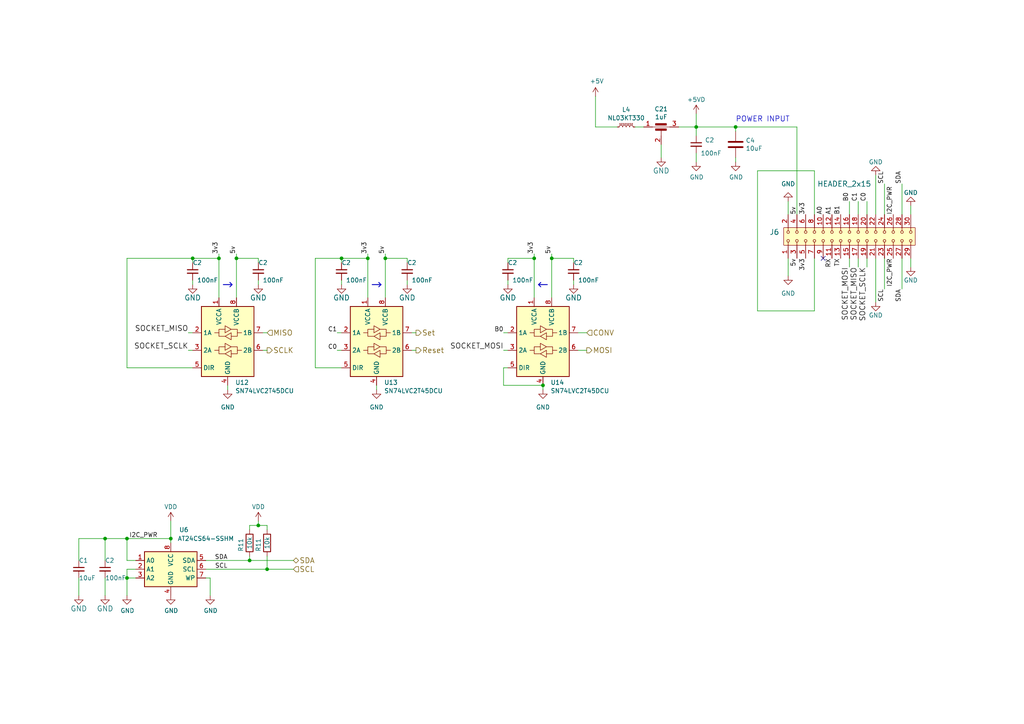
<source format=kicad_sch>
(kicad_sch (version 20230121) (generator eeschema)
  (paper "A4")
  (title_block (title "AIRDOS04A base board") (date "2023-10-23") (company "Jakub Kákona <info@ust.cz>") (comment 2 "Airborne semiconductor\\nionizing radiation detector"))
  (lib_symbols
    (symbol "Device:C" (pin_numbers hide) (pin_names (offset 0.254))
      (property "Reference" "C" (at 0.635 2.54 0))
      (property "Value" "C" (at 0.635 -2.54 0))
      (symbol "C_0_1"
        (polyline (pts (xy -2.032 -0.762) (xy 2.032 -0.762)) (stroke (width 0.508)))
        (polyline (pts (xy -2.032 0.762) (xy 2.032 0.762)) (stroke (width 0.508)))
      )
      (symbol "C_1_1"
        (pin passive line (at 0 3.81 270) (length 2.794) (name "~") (number "1"))
        (pin passive line (at 0 -3.81 90) (length 2.794) (name "~") (number "2"))
      )
    )
    (symbol "Device:C_Small" (pin_numbers hide) (pin_names (offset 0.254) hide)
      (property "Reference" "C" (at 0.254 1.778 0))
      (property "Value" "C_Small" (at 0.254 -2.032 0))
      (symbol "C_Small_0_1"
        (polyline (pts (xy -1.524 -0.508) (xy 1.524 -0.508)) (stroke (width 0.3302)))
        (polyline (pts (xy -1.524 0.508) (xy 1.524 0.508)) (stroke (width 0.3048)))
      )
      (symbol "C_Small_1_1"
        (pin passive line (at 0 2.54 270) (length 2.032) (name "~") (number "1"))
        (pin passive line (at 0 -2.54 90) (length 2.032) (name "~") (number "2"))
      )
    )
    (symbol "Device:Filter_EMI_C" (pin_names (offset 0.254) hide)
      (property "Reference" "C" (at 0 7.62 0))
      (property "Value" "Filter_EMI_C" (at 0 5.715 0))
      (symbol "Filter_EMI_C_0_1"
        (rectangle (start -1.651 1.524) (end 1.524 2.032) (fill (type outline)))
        (polyline (pts (xy -2.54 2.54) (xy 2.54 2.54)))
        (polyline (pts (xy 0 0) (xy 0 1.778)))
        (rectangle (start 1.524 3.048) (end -1.651 3.556) (fill (type outline)))
      )
      (symbol "Filter_EMI_C_1_1"
        (pin passive line (at -5.08 2.54 0) (length 2.54) (name "1") (number "1"))
        (pin passive line (at 0 -2.54 90) (length 2.54) (name "2") (number "2"))
        (pin passive line (at 5.08 2.54 180) (length 2.54) (name "3") (number "3"))
      )
    )
    (symbol "Device:L_Ferrite_Small" (pin_numbers hide) (pin_names (offset 0.254) hide)
      (property "Reference" "L" (at 1.27 1.016 0))
      (property "Value" "L_Ferrite_Small" (at 1.27 -1.27 0))
      (symbol "L_Ferrite_Small_0_1"
        (arc (start 0 -2.032) (mid 0.5058 -1.524) (end 0 -1.016))
        (arc (start 0 -1.016) (mid 0.5058 -0.508) (end 0 0))
        (polyline (pts (xy 0.762 -1.905) (xy 0.762 -1.651)))
        (polyline (pts (xy 0.762 -1.397) (xy 0.762 -1.143)))
        (polyline (pts (xy 0.762 -0.889) (xy 0.762 -0.635)))
        (polyline (pts (xy 0.762 -0.381) (xy 0.762 -0.127)))
        (polyline (pts (xy 0.762 0.127) (xy 0.762 0.381)))
        (polyline (pts (xy 0.762 0.635) (xy 0.762 0.889)))
        (polyline (pts (xy 0.762 1.143) (xy 0.762 1.397)))
        (polyline (pts (xy 0.762 1.651) (xy 0.762 1.905)))
        (polyline (pts (xy 1.016 -1.651) (xy 1.016 -1.905)))
        (polyline (pts (xy 1.016 -1.143) (xy 1.016 -1.397)))
        (polyline (pts (xy 1.016 -0.635) (xy 1.016 -0.889)))
        (polyline (pts (xy 1.016 -0.127) (xy 1.016 -0.381)))
        (polyline (pts (xy 1.016 0.381) (xy 1.016 0.127)))
        (polyline (pts (xy 1.016 0.889) (xy 1.016 0.635)))
        (polyline (pts (xy 1.016 1.397) (xy 1.016 1.143)))
        (polyline (pts (xy 1.016 1.905) (xy 1.016 1.651)))
        (arc (start 0 0) (mid 0.5058 0.508) (end 0 1.016))
        (arc (start 0 1.016) (mid 0.5058 1.524) (end 0 2.032))
      )
      (symbol "L_Ferrite_Small_1_1"
        (pin passive line (at 0 2.54 270) (length 0.508) (name "~") (number "1"))
        (pin passive line (at 0 -2.54 90) (length 0.508) (name "~") (number "2"))
      )
    )
    (symbol "Device:R" (pin_numbers hide) (pin_names (offset 0))
      (property "Reference" "R" (at 2.032 0 90))
      (property "Value" "R" (at 0 0 90))
      (symbol "R_0_1"
        (rectangle (start -1.016 -2.54) (end 1.016 2.54) (stroke (width 0.254)))
      )
      (symbol "R_1_1"
        (pin passive line (at 0 3.81 270) (length 1.27) (name "~") (number "1"))
        (pin passive line (at 0 -3.81 90) (length 1.27) (name "~") (number "2"))
      )
    )
    (symbol "Logic_LevelTranslator:74LVC2T45DC"
      (property "Reference" "U" (at 6.35 -11.43 0))
      (property "Value" "74LVC2T45DC" (at 10.16 11.43 0))
      (symbol "74LVC2T45DC_1_1"
        (rectangle (start -7.62 10.16) (end 7.62 -10.16) (stroke (width 0.254)) (fill (type background)))
        (polyline (pts (xy -2.54 -2.54) (xy -2.54 -1.524) (xy -0.762 -1.524)))
        (polyline (pts (xy -2.54 2.54) (xy -2.54 3.556) (xy -0.762 3.556)))
        (polyline (pts (xy 2.794 -2.54) (xy 2.794 -3.556) (xy 1.016 -3.556)))
        (polyline (pts (xy 2.794 2.54) (xy 2.794 1.524) (xy 1.016 1.524)))
        (polyline (pts (xy -0.762 -3.556) (xy -2.54 -3.556) (xy -2.54 -2.54) (xy -3.81 -2.54)))
        (polyline (pts (xy -0.762 -2.54) (xy -0.762 -0.508) (xy 1.016 -1.524) (xy -0.762 -2.54)))
        (polyline (pts (xy -0.762 1.524) (xy -2.54 1.524) (xy -2.54 2.54) (xy -3.81 2.54)))
        (polyline (pts (xy -0.762 2.54) (xy -0.762 4.572) (xy 1.016 3.556) (xy -0.762 2.54)))
        (polyline (pts (xy 1.016 -1.524) (xy 2.794 -1.524) (xy 2.794 -2.54) (xy 4.064 -2.54)))
        (polyline (pts (xy 1.016 3.556) (xy 2.794 3.556) (xy 2.794 2.54) (xy 4.064 2.54)))
        (polyline (pts (xy 1.016 -2.54) (xy 1.016 -4.318) (xy 1.016 -4.572) (xy -0.762 -3.556) (xy 1.016 -2.54)))
        (polyline (pts (xy 1.016 2.54) (xy 1.016 0.762) (xy 1.016 0.508) (xy -0.762 1.524) (xy 1.016 2.54)))
        (pin power_in line (at -2.54 12.7 270) (length 2.54) (name "VCCA") (number "1"))
        (pin bidirectional line (at -10.16 2.54 0) (length 2.54) (name "1A") (number "2"))
        (pin bidirectional line (at -10.16 -2.54 0) (length 2.54) (name "2A") (number "3"))
        (pin power_in line (at 0 -12.7 90) (length 2.54) (name "GND") (number "4"))
        (pin input line (at -10.16 -7.62 0) (length 2.54) (name "DIR") (number "5"))
        (pin bidirectional line (at 10.16 -2.54 180) (length 2.54) (name "2B") (number "6"))
        (pin bidirectional line (at 10.16 2.54 180) (length 2.54) (name "1B") (number "7"))
        (pin power_in line (at 2.54 12.7 270) (length 2.54) (name "VCCB") (number "8"))
      )
    )
    (symbol "MLAB_HEADER:HEADER_2x15" (pin_names (offset 1.016))
      (property "Reference" "J" (at 0 -20.32 0))
      (property "Value" "HEADER_2x15" (at 0 20.32 0))
      (symbol "HEADER_2x15_0_1"
        (rectangle (start -2.54 19.05) (end 2.54 -19.05) (fill (type background)))
        (circle (center -1.27 -17.78) (radius 0.381))
        (circle (center -1.27 -15.24) (radius 0.381))
        (circle (center -1.27 -12.7) (radius 0.381))
        (circle (center -1.27 -10.16) (radius 0.381))
        (circle (center -1.27 -7.62) (radius 0.381))
        (circle (center -1.27 -5.08) (radius 0.381))
        (circle (center -1.27 -2.54) (radius 0.381))
        (circle (center -1.27 0) (radius 0.381))
        (circle (center -1.27 2.54) (radius 0.381))
        (circle (center -1.27 5.08) (radius 0.381))
        (circle (center -1.27 7.62) (radius 0.381))
        (circle (center -1.27 10.16) (radius 0.381))
        (circle (center -1.27 12.7) (radius 0.381))
        (circle (center -1.27 15.24) (radius 0.381))
        (circle (center -1.27 17.78) (radius 0.381))
        (polyline (pts (xy -1.651 -17.78) (xy -2.54 -17.78)))
        (polyline (pts (xy -1.651 -15.24) (xy -2.54 -15.24)))
        (polyline (pts (xy -1.651 -12.7) (xy -2.54 -12.7)))
        (polyline (pts (xy -1.651 -10.16) (xy -2.54 -10.16)))
        (polyline (pts (xy -1.651 -7.62) (xy -2.54 -7.62)))
        (polyline (pts (xy -1.651 -5.08) (xy -2.54 -5.08)))
        (polyline (pts (xy -1.651 -2.54) (xy -2.54 -2.54)))
        (polyline (pts (xy -1.651 0) (xy -2.54 0)))
        (polyline (pts (xy -1.651 2.54) (xy -2.54 2.54)))
        (polyline (pts (xy -1.651 5.08) (xy -2.54 5.08)))
        (polyline (pts (xy -1.651 7.62) (xy -2.54 7.62)))
        (polyline (pts (xy -1.651 10.16) (xy -2.54 10.16)))
        (polyline (pts (xy -1.651 12.7) (xy -2.54 12.7)))
        (polyline (pts (xy -1.651 15.24) (xy -2.54 15.24)))
        (polyline (pts (xy -1.651 17.78) (xy -2.54 17.78)))
        (polyline (pts (xy 1.651 -17.78) (xy 2.54 -17.78)))
        (polyline (pts (xy 1.651 -15.24) (xy 2.54 -15.24)))
        (polyline (pts (xy 1.651 -12.7) (xy 2.54 -12.7)))
        (polyline (pts (xy 1.651 -10.16) (xy 2.54 -10.16)))
        (polyline (pts (xy 1.651 -7.62) (xy 2.54 -7.62)))
        (polyline (pts (xy 1.651 -5.08) (xy 2.54 -5.08)))
        (polyline (pts (xy 1.651 -2.54) (xy 2.54 -2.54)))
        (polyline (pts (xy 1.651 0) (xy 2.54 0)))
        (polyline (pts (xy 1.651 2.54) (xy 2.54 2.54)))
        (polyline (pts (xy 1.651 5.08) (xy 2.54 5.08)))
        (polyline (pts (xy 1.651 7.62) (xy 2.54 7.62)))
        (polyline (pts (xy 1.651 10.16) (xy 2.54 10.16)))
        (polyline (pts (xy 1.651 12.7) (xy 2.54 12.7)))
        (polyline (pts (xy 1.651 15.24) (xy 2.54 15.24)))
        (polyline (pts (xy 1.651 17.78) (xy 2.54 17.78)))
        (circle (center 1.27 -17.78) (radius 0.381))
        (circle (center 1.27 -15.24) (radius 0.381))
        (circle (center 1.27 -12.7) (radius 0.381))
        (circle (center 1.27 -10.16) (radius 0.381))
        (circle (center 1.27 -7.62) (radius 0.381))
        (circle (center 1.27 -5.08) (radius 0.381))
        (circle (center 1.27 -2.54) (radius 0.381))
        (circle (center 1.27 0) (radius 0.381))
        (circle (center 1.27 2.54) (radius 0.381))
        (circle (center 1.27 5.08) (radius 0.381))
        (circle (center 1.27 7.62) (radius 0.381))
        (circle (center 1.27 10.16) (radius 0.381))
        (circle (center 1.27 12.7) (radius 0.381))
        (circle (center 1.27 15.24) (radius 0.381))
        (circle (center 1.27 17.78) (radius 0.381))
      )
      (symbol "HEADER_2x15_1_1"
        (pin input line (at -6.35 17.78 0) (length 3.81) (name "~") (number "1"))
        (pin input line (at 6.35 7.62 180) (length 3.81) (name "~") (number "10"))
        (pin input line (at -6.35 5.08 0) (length 3.81) (name "~") (number "11"))
        (pin input line (at 6.35 5.08 180) (length 3.81) (name "~") (number "12"))
        (pin input line (at -6.35 2.54 0) (length 3.81) (name "~") (number "13"))
        (pin input line (at 6.35 2.54 180) (length 3.81) (name "~") (number "14"))
        (pin input line (at -6.35 0 0) (length 3.81) (name "~") (number "15"))
        (pin input line (at 6.35 0 180) (length 3.81) (name "~") (number "16"))
        (pin input line (at -6.35 -2.54 0) (length 3.81) (name "~") (number "17"))
        (pin input line (at 6.35 -2.54 180) (length 3.81) (name "~") (number "18"))
        (pin input line (at -6.35 -5.08 0) (length 3.81) (name "~") (number "19"))
        (pin input line (at 6.35 17.78 180) (length 3.81) (name "~") (number "2"))
        (pin input line (at 6.35 -5.08 180) (length 3.81) (name "~") (number "20"))
        (pin input line (at -6.35 -7.62 0) (length 3.81) (name "~") (number "21"))
        (pin input line (at 6.35 -7.62 180) (length 3.81) (name "~") (number "22"))
        (pin input line (at -6.35 -10.16 0) (length 3.81) (name "~") (number "23"))
        (pin input line (at 6.35 -10.16 180) (length 3.81) (name "~") (number "24"))
        (pin input line (at -6.35 -12.7 0) (length 3.81) (name "~") (number "25"))
        (pin input line (at 6.35 -12.7 180) (length 3.81) (name "~") (number "26"))
        (pin input line (at -6.35 -15.24 0) (length 3.81) (name "~") (number "27"))
        (pin input line (at 6.35 -15.24 180) (length 3.81) (name "~") (number "28"))
        (pin input line (at -6.35 -17.78 0) (length 3.81) (name "~") (number "29"))
        (pin input line (at -6.35 15.24 0) (length 3.81) (name "~") (number "3"))
        (pin input line (at 6.35 -17.78 180) (length 3.81) (name "~") (number "30"))
        (pin input line (at 6.35 15.24 180) (length 3.81) (name "~") (number "4"))
        (pin input line (at -6.35 12.7 0) (length 3.81) (name "~") (number "5"))
        (pin input line (at 6.35 12.7 180) (length 3.81) (name "~") (number "6"))
        (pin input line (at -6.35 10.16 0) (length 3.81) (name "~") (number "7"))
        (pin input line (at 6.35 10.16 180) (length 3.81) (name "~") (number "8"))
        (pin input line (at -6.35 7.62 0) (length 3.81) (name "~") (number "9"))
      )
    )
    (symbol "Memory_EEPROM:AT24CS64-SSHM"
      (property "Reference" "U" (at -7.62 6.35 0))
      (property "Value" "AT24CS64-SSHM" (at 2.54 -6.35 0))
      (symbol "AT24CS64-SSHM_1_1"
        (rectangle (start -7.62 5.08) (end 7.62 -5.08) (stroke (width 0.254)) (fill (type background)))
        (pin input line (at -10.16 2.54 0) (length 2.54) (name "A0") (number "1"))
        (pin input line (at -10.16 0 0) (length 2.54) (name "A1") (number "2"))
        (pin input line (at -10.16 -2.54 0) (length 2.54) (name "A2") (number "3"))
        (pin power_in line (at 0 -7.62 90) (length 2.54) (name "GND") (number "4"))
        (pin bidirectional line (at 10.16 2.54 180) (length 2.54) (name "SDA") (number "5"))
        (pin input line (at 10.16 0 180) (length 2.54) (name "SCL") (number "6"))
        (pin input line (at 10.16 -2.54 180) (length 2.54) (name "WP") (number "7"))
        (pin power_in line (at 0 7.62 270) (length 2.54) (name "VCC") (number "8"))
      )
    )
    (symbol "power:+5V" (power) (pin_names (offset 0))
      (property "Value" "+5V" (at 0 3.556 0))
      (symbol "+5V_0_1"
        (polyline (pts (xy -0.762 1.27) (xy 0 2.54)))
        (polyline (pts (xy 0 0) (xy 0 2.54)))
        (polyline (pts (xy 0 2.54) (xy 0.762 1.27)))
      )
      (symbol "+5V_1_1"
        (pin power_in line (at 0 0 90) (length 0) hide (name "+5V") (number "1"))
      )
    )
    (symbol "power:+5VD" (power) (pin_names (offset 0))
      (property "Value" "+5VD" (at 0 3.556 0))
      (symbol "+5VD_0_1"
        (polyline (pts (xy -0.762 1.27) (xy 0 2.54)))
        (polyline (pts (xy 0 0) (xy 0 2.54)))
        (polyline (pts (xy 0 2.54) (xy 0.762 1.27)))
      )
      (symbol "+5VD_1_1"
        (pin power_in line (at 0 0 90) (length 0) hide (name "+5VD") (number "1"))
      )
    )
    (symbol "power:GND" (power) (pin_names (offset 0))
      (property "Value" "GND" (at 0 -3.81 0))
      (symbol "GND_0_1"
        (polyline (pts (xy 0 0) (xy 0 -1.27) (xy 1.27 -1.27) (xy 0 -2.54) (xy -1.27 -1.27) (xy 0 -1.27)))
      )
      (symbol "GND_1_1"
        (pin power_in line (at 0 0 270) (length 0) hide (name "GND") (number "1"))
      )
    )
    (symbol "power:VDD" (power) (pin_names (offset 0))
      (property "Value" "VDD" (at 0 3.81 0))
      (symbol "VDD_0_1"
        (polyline (pts (xy -0.762 1.27) (xy 0 2.54)))
        (polyline (pts (xy 0 0) (xy 0 2.54)))
        (polyline (pts (xy 0 2.54) (xy 0.762 1.27)))
      )
      (symbol "VDD_1_1"
        (pin power_in line (at 0 0 90) (length 0) hide (name "VDD") (number "1"))
      )
    )
  )
  (junction (at 49.53 156.21))
  (junction (at 36.83 156.21))
  (junction (at 111.76 74.93))
  (junction (at 74.93 152.4))
  (junction (at 68.58 74.93))
  (junction (at 77.47 165.1))
  (junction (at 55.88 74.93))
  (junction (at 160.02 74.93))
  (junction (at 99.06 74.93))
  (junction (at 36.83 167.64))
  (junction (at 157.48 111.76))
  (junction (at 63.5 74.93))
  (junction (at 30.48 156.21))
  (junction (at 154.94 74.93))
  (junction (at 72.39 162.56))
  (junction (at 106.68 74.93))
  (junction (at 213.36 36.83))
  (junction (at 201.93 36.83))
  (no_connect (at 238.76 74.93))
  (polyline (pts (xy 64.77 82.55) (xy 67.31 82.55)) (stroke (width 0.254)))
  (wire (pts (xy 196.85 36.83) (xy 201.93 36.83)))
  (wire (pts (xy 30.48 167.64) (xy 30.48 172.72)))
  (wire (pts (xy 77.47 161.29) (xy 77.47 165.1)))
  (wire (pts (xy 72.39 161.29) (xy 72.39 162.56)))
  (wire (pts (xy 77.47 152.4) (xy 74.93 152.4)))
  (wire (pts (xy 228.6 58.42) (xy 228.6 62.23)))
  (polyline (pts (xy 156.845 81.915) (xy 156.21 82.55)) (stroke (width 0.254)))
  (wire (pts (xy 36.83 162.56) (xy 39.37 162.56)))
  (wire (pts (xy 99.06 74.93) (xy 106.68 74.93)))
  (wire (pts (xy 231.14 36.83) (xy 231.14 62.23)))
  (wire (pts (xy 251.46 74.93) (xy 251.46 77.47)))
  (wire (pts (xy 55.88 76.2) (xy 55.88 74.93)))
  (wire (pts (xy 76.2 101.6) (xy 77.47 101.6)))
  (wire (pts (xy 39.37 167.64) (xy 36.83 167.64)))
  (wire (pts (xy 172.72 36.83) (xy 179.07 36.83)))
  (wire (pts (xy 219.71 90.17) (xy 236.22 90.17)))
  (wire (pts (xy 66.04 111.76) (xy 66.04 113.03)))
  (wire (pts (xy 160.02 74.93) (xy 160.02 86.36)))
  (wire (pts (xy 157.48 111.76) (xy 157.48 113.03)))
  (wire (pts (xy 30.48 156.21) (xy 30.48 162.56)))
  (wire (pts (xy 120.65 101.6) (xy 119.38 101.6)))
  (wire (pts (xy 236.22 49.53) (xy 219.71 49.53)))
  (wire (pts (xy 254 87.63) (xy 254 74.93)))
  (wire (pts (xy 201.93 33.02) (xy 201.93 36.83)))
  (wire (pts (xy 147.32 74.93) (xy 154.94 74.93)))
  (wire (pts (xy 160.02 73.66) (xy 160.02 74.93)))
  (wire (pts (xy 191.77 45.72) (xy 191.77 41.91)))
  (wire (pts (xy 106.68 73.66) (xy 106.68 74.93)))
  (wire (pts (xy 248.92 74.93) (xy 248.92 77.47)))
  (wire (pts (xy 184.15 36.83) (xy 186.69 36.83)))
  (wire (pts (xy 22.86 167.64) (xy 22.86 172.72)))
  (wire (pts (xy 256.54 53.34) (xy 256.54 62.23)))
  (wire (pts (xy 264.16 77.47) (xy 264.16 74.93)))
  (wire (pts (xy 172.72 27.94) (xy 172.72 36.83)))
  (wire (pts (xy 68.58 73.66) (xy 68.58 74.93)))
  (wire (pts (xy 219.71 49.53) (xy 219.71 90.17)))
  (wire (pts (xy 256.54 83.82) (xy 256.54 74.93)))
  (wire (pts (xy 55.88 106.68) (xy 36.83 106.68)))
  (wire (pts (xy 264.16 59.69) (xy 264.16 62.23)))
  (wire (pts (xy 213.36 46.99) (xy 213.36 45.72)))
  (wire (pts (xy 36.83 156.21) (xy 49.53 156.21)))
  (wire (pts (xy 170.18 101.6) (xy 167.64 101.6)))
  (wire (pts (xy 166.37 76.2) (xy 166.37 74.93)))
  (wire (pts (xy 36.83 106.68) (xy 36.83 74.93)))
  (wire (pts (xy 39.37 165.1) (xy 36.83 165.1)))
  (wire (pts (xy 213.36 36.83) (xy 231.14 36.83)))
  (wire (pts (xy 246.38 74.93) (xy 246.38 77.47)))
  (wire (pts (xy 36.83 165.1) (xy 36.83 167.64)))
  (polyline (pts (xy 107.95 82.55) (xy 110.49 82.55)) (stroke (width 0.254)))
  (wire (pts (xy 63.5 74.93) (xy 63.5 86.36)))
  (wire (pts (xy 63.5 73.66) (xy 63.5 74.93)))
  (polyline (pts (xy 66.675 81.915) (xy 67.31 82.55)) (stroke (width 0.254)))
  (wire (pts (xy 36.83 167.64) (xy 36.83 172.72)))
  (wire (pts (xy 36.83 162.56) (xy 36.83 156.21)))
  (wire (pts (xy 111.76 73.66) (xy 111.76 74.93)))
  (wire (pts (xy 59.69 167.64) (xy 60.96 167.64)))
  (wire (pts (xy 77.47 153.67) (xy 77.47 152.4)))
  (wire (pts (xy 72.39 152.4) (xy 72.39 153.67)))
  (polyline (pts (xy 156.845 83.185) (xy 156.21 82.55)) (stroke (width 0.254)))
  (wire (pts (xy 91.44 74.93) (xy 99.06 74.93)))
  (wire (pts (xy 146.05 111.76) (xy 157.48 111.76)))
  (wire (pts (xy 77.47 96.52) (xy 76.2 96.52)))
  (wire (pts (xy 55.88 81.28) (xy 55.88 82.55)))
  (wire (pts (xy 97.79 96.52) (xy 99.06 96.52)))
  (wire (pts (xy 261.62 74.93) (xy 261.62 83.82)))
  (wire (pts (xy 146.05 106.68) (xy 146.05 111.76)))
  (wire (pts (xy 74.93 76.2) (xy 74.93 74.93)))
  (wire (pts (xy 254 50.8) (xy 254 62.23)))
  (wire (pts (xy 146.05 96.52) (xy 147.32 96.52)))
  (wire (pts (xy 22.86 156.21) (xy 22.86 162.56)))
  (wire (pts (xy 146.05 101.6) (xy 147.32 101.6)))
  (wire (pts (xy 248.92 58.42) (xy 248.92 62.23)))
  (wire (pts (xy 91.44 106.68) (xy 91.44 74.93)))
  (wire (pts (xy 59.69 162.56) (xy 72.39 162.56)))
  (wire (pts (xy 228.6 80.01) (xy 228.6 74.93)))
  (wire (pts (xy 36.83 74.93) (xy 55.88 74.93)))
  (wire (pts (xy 109.22 111.76) (xy 109.22 113.03)))
  (wire (pts (xy 170.18 96.52) (xy 167.64 96.52)))
  (wire (pts (xy 77.47 165.1) (xy 85.09 165.1)))
  (wire (pts (xy 54.61 101.6) (xy 55.88 101.6)))
  (wire (pts (xy 97.79 101.6) (xy 99.06 101.6)))
  (wire (pts (xy 99.06 81.28) (xy 99.06 82.55)))
  (wire (pts (xy 55.88 74.93) (xy 63.5 74.93)))
  (wire (pts (xy 201.93 44.45) (xy 201.93 46.99)))
  (wire (pts (xy 59.69 165.1) (xy 77.47 165.1)))
  (wire (pts (xy 99.06 106.68) (xy 91.44 106.68)))
  (wire (pts (xy 99.06 76.2) (xy 99.06 74.93)))
  (wire (pts (xy 154.94 74.93) (xy 154.94 86.36)))
  (wire (pts (xy 60.96 167.64) (xy 60.96 172.72)))
  (wire (pts (xy 22.86 156.21) (xy 30.48 156.21)))
  (wire (pts (xy 106.68 74.93) (xy 106.68 86.36)))
  (wire (pts (xy 166.37 81.28) (xy 166.37 82.55)))
  (wire (pts (xy 49.53 151.13) (xy 49.53 156.21)))
  (wire (pts (xy 154.94 73.66) (xy 154.94 74.93)))
  (polyline (pts (xy 66.675 83.185) (xy 67.31 82.55)) (stroke (width 0.254)))
  (wire (pts (xy 213.36 36.83) (xy 201.93 36.83)))
  (wire (pts (xy 236.22 49.53) (xy 236.22 62.23)))
  (wire (pts (xy 74.93 81.28) (xy 74.93 82.55)))
  (wire (pts (xy 49.53 156.21) (xy 49.53 157.48)))
  (wire (pts (xy 54.61 96.52) (xy 55.88 96.52)))
  (polyline (pts (xy 158.75 82.55) (xy 156.21 82.55)) (stroke (width 0.254)))
  (wire (pts (xy 118.11 81.28) (xy 118.11 82.55)))
  (wire (pts (xy 111.76 74.93) (xy 111.76 86.36)))
  (wire (pts (xy 72.39 162.56) (xy 85.09 162.56)))
  (wire (pts (xy 118.11 76.2) (xy 118.11 74.93)))
  (wire (pts (xy 246.38 58.42) (xy 246.38 62.23)))
  (wire (pts (xy 118.11 74.93) (xy 111.76 74.93)))
  (wire (pts (xy 213.36 38.1) (xy 213.36 36.83)))
  (wire (pts (xy 120.65 96.52) (xy 119.38 96.52)))
  (wire (pts (xy 74.93 151.13) (xy 74.93 152.4)))
  (wire (pts (xy 74.93 74.93) (xy 68.58 74.93)))
  (wire (pts (xy 74.93 152.4) (xy 72.39 152.4)))
  (polyline (pts (xy 109.855 83.185) (xy 110.49 82.55)) (stroke (width 0.254)))
  (wire (pts (xy 146.05 106.68) (xy 147.32 106.68)))
  (wire (pts (xy 236.22 90.17) (xy 236.22 74.93)))
  (wire (pts (xy 147.32 76.2) (xy 147.32 74.93)))
  (polyline (pts (xy 109.855 81.915) (xy 110.49 82.55)) (stroke (width 0.254)))
  (wire (pts (xy 261.62 53.34) (xy 261.62 62.23)))
  (wire (pts (xy 147.32 81.28) (xy 147.32 82.55)))
  (wire (pts (xy 201.93 36.83) (xy 201.93 39.37)))
  (wire (pts (xy 68.58 74.93) (xy 68.58 86.36)))
  (wire (pts (xy 30.48 156.21) (xy 36.83 156.21)))
  (wire (pts (xy 166.37 74.93) (xy 160.02 74.93)))
  (wire (pts (xy 251.46 58.42) (xy 251.46 62.23)))
  (text "POWER INPUT" (at 213.36 35.56 0) (effects (font (size 1.524 1.524)) (justify left bottom)))
  (label "3v3" (at 106.68 73.66 90))
  (label "RX" (at 241.3 74.93 270))
  (label "C0" (at 97.79 101.6 180))
  (label "SOCKET_MOSI" (at 146.05 101.6 180) (effects (font (size 1.524 1.524))))
  (label "3v3" (at 154.94 73.66 90))
  (label "SOCKET_MOSI" (at 246.38 77.47 270) (effects (font (size 1.524 1.524))))
  (label "B0" (at 246.38 58.42 90))
  (label "B0" (at 146.05 96.52 180))
  (label "A1" (at 241.3 62.23 90))
  (label "C1" (at 248.92 58.42 90))
  (label "I2C_PWR" (at 259.08 62.23 90))
  (label "I2C_PWR" (at 259.08 74.93 270))
  (label "5v" (at 231.14 62.23 90))
  (label "SCL" (at 66.04 165.1 180))
  (label "3v3" (at 233.68 74.93 270))
  (label "SCL" (at 256.54 83.82 270))
  (label "SDA" (at 261.62 53.34 90))
  (label "C1" (at 97.79 96.52 180))
  (label "SOCKET_SCLK" (at 251.46 77.47 270) (effects (font (size 1.524 1.524))))
  (label "SOCKET_SCLK" (at 54.61 101.6 180) (effects (font (size 1.524 1.524))))
  (label "TX" (at 243.84 74.93 270))
  (label "SCL" (at 256.54 53.34 90))
  (label "SDA" (at 66.04 162.56 180))
  (label "B1" (at 243.84 62.23 90))
  (label "5v" (at 160.02 73.66 90))
  (label "5v" (at 111.76 73.66 90))
  (label "I2C_PWR" (at 45.72 156.21 180))
  (label "SOCKET_MISO" (at 54.61 96.52 180) (effects (font (size 1.524 1.524))))
  (label "C0" (at 251.46 58.42 90))
  (label "5v" (at 68.58 73.66 90))
  (label "A0" (at 238.76 62.23 90))
  (label "3v3" (at 63.5 73.66 90))
  (label "5v" (at 231.14 74.93 270))
  (label "3v3" (at 233.68 62.23 90))
  (label "SDA" (at 261.62 83.82 270))
  (label "SOCKET_MISO" (at 248.92 77.47 270) (effects (font (size 1.524 1.524))))
  (hierarchical_label "Reset" (shape output) (at 120.65 101.6 0) (effects (font (size 1.524 1.524))))
  (hierarchical_label "SCL" (shape input) (at 85.09 165.1 0) (effects (font (size 1.524 1.524))))
  (hierarchical_label "MISO" (shape input) (at 77.47 96.52 0) (effects (font (size 1.524 1.524))))
  (hierarchical_label "MOSI" (shape output) (at 170.18 101.6 0) (effects (font (size 1.524 1.524))))
  (hierarchical_label "SDA" (shape bidirectional) (at 85.09 162.56 0) (effects (font (size 1.524 1.524))))
  (hierarchical_label "CONV" (shape input) (at 170.18 96.52 0) (effects (font (size 1.524 1.524))))
  (hierarchical_label "SCLK" (shape output) (at 77.47 101.6 0) (effects (font (size 1.524 1.524))))
  (hierarchical_label "Set" (shape output) (at 120.65 96.52 0) (effects (font (size 1.524 1.524))))
  (symbol (lib_id "Device:L_Ferrite_Small") (at 181.61 36.83 90) (unit 1)
    (property "Reference" "L4" (at 181.61 31.7967 90))
    (property "Value" "NL03KT330" (at 181.61 34.2209 90))
    (property "Footprint" "Inductor_SMD:L_0603_1608Metric_Pad1.05x0.95mm_HandSolder" (effects hide))
    (property "UST_ID" "64fe1808f3b9d36f37fc944d" (effects hide))
    (instances (project "USTSIPIN02" (path "" (reference "L4") (unit 1))) (project "PIND02" (path "" (reference "L1") (unit 1))) (project "AIRDOS04_sensor" (path "" (reference "L2") (unit 1)) (path "" (reference "L1") (unit 1))))
  )
  (symbol (lib_id "power:GND") (at 228.6 58.42 180) (unit 1)
    (property "Reference" "#PWR0162" (effects hide))
    (property "Value" "GND" (at 228.6 53.34 0))
    (instances (project "connector" (path "" (reference "#PWR0162") (unit 1))) (project "BATDATSOCKET01" (path "" (reference "#PWR03") (unit 1))) (project "LION5CELL01" (path "" (reference "#PWR0162") (unit 1)) (path "" (reference "#PWR020") (unit 1))) (project "AIRDOS04_sensor" (path "" (reference "#PWR062") (unit 1))))
  )
  (symbol (lib_id "power:GND") (at 254 87.63 0) (unit 1)
    (property "Reference" "#PWR0169" (effects hide))
    (property "Value" "GND" (at 254 91.44 0))
    (instances (project "connector" (path "" (reference "#PWR0169") (unit 1))) (project "BATDATSOCKET01" (path "" (reference "#PWR07") (unit 1))) (project "LION5CELL01" (path "" (reference "#PWR0169") (unit 1)) (path "" (reference "#PWR020") (unit 1))) (project "AIRDOS04_sensor" (path "" (reference "#PWR066") (unit 1))))
  )
  (symbol (lib_id "power:GND") (at 36.83 172.72 0) (unit 1)
    (property "Reference" "#PWR028" (effects hide))
    (property "Value" "GND" (at 36.957 177.1142 0))
    (instances (project "USTSIPIN02" (path "" (reference "#PWR028") (unit 1))) (project "AIRDOS04_sensor" (path "" (reference "#PWR070") (unit 1))))
  )
  (symbol (lib_id "Device:Filter_EMI_C") (at 191.77 39.37 0) (unit 1)
    (property "Reference" "C21" (at 191.77 31.623 0))
    (property "Value" "1uF" (at 191.77 33.9344 0))
    (property "Footprint" "Mlab_L:FIR_0805" (effects hide))
    (property "Datasheet" "http://www.murata.com/~/media/webrenewal/support/library/catalog/products/emc/emifil/c31e.ashx?la=en-gb" (effects hide))
    (property "UST_ID" "5c70984412875079b91f880f" (effects hide))
    (instances (project "AIRDOS04_sensor" (path "" (reference "C21") (unit 1)) (path "" (reference "C5") (unit 1)) (path "" (reference "C37") (unit 1))))
  )
  (symbol (lib_id "Device:C_Small") (at 118.11 78.74 0) (unit 1)
    (property "Reference" "C2" (at 118.11 76.2 0) (effects (justify left)))
    (property "Value" "100nF" (at 119.38 81.28 0) (effects (justify left)))
    (property "Footprint" "Capacitor_SMD:C_0805_2012Metric" (effects hide))
    (property "UST_ID" "5c70984712875079b91f8b4c" (effects hide))
    (instances (project "PIND02" (path "" (reference "C2") (unit 1))) (project "AIRDOS04_sensor" (path "" (reference "C30") (unit 1)) (path "" (reference "C45") (unit 1))))
  )
  (symbol (lib_id "power:GND") (at 254 50.8 180) (unit 1)
    (property "Reference" "#PWR0168" (effects hide))
    (property "Value" "GND" (at 254 46.99 0))
    (instances (project "connector" (path "" (reference "#PWR0168") (unit 1))) (project "BATDATSOCKET01" (path "" (reference "#PWR06") (unit 1))) (project "LION5CELL01" (path "" (reference "#PWR0168") (unit 1)) (path "" (reference "#PWR020") (unit 1))) (project "AIRDOS04_sensor" (path "" (reference "#PWR061") (unit 1))))
  )
  (symbol (lib_id "power:VDD") (at 49.53 151.13 0) (unit 1)
    (property "Reference" "#PWR018" (effects hide))
    (property "Value" "VDD" (at 49.53 146.9969 0))
    (instances (project "PIND02" (path "" (reference "#PWR018") (unit 1))) (project "AIRDOS04_sensor" (path "" (reference "#PWR048") (unit 1)) (path "" (reference "#PWR067") (unit 1))))
  )
  (symbol (lib_id "Logic_LevelTranslator:74LVC2T45DC") (at 109.22 99.06 0) (unit 1)
    (property "Reference" "U13" (at 111.4141 110.9401 0) (effects (justify left)))
    (property "Value" "SN74LVC2T45DCU" (at 111.4141 113.3643 0) (effects (justify left)))
    (property "Footprint" "Package_SO:VSSOP-8_2.3x2mm_P0.5mm" (effects hide))
    (property "Datasheet" "https://assets.nexperia.com/documents/data-sheet/74LVC_LVCH2T45.pdf" (effects hide))
  )
  (symbol (lib_id "power:GND") (at 228.6 80.01 0) (unit 1)
    (property "Reference" "#PWR0164" (effects hide))
    (property "Value" "GND" (at 228.6 85.09 0))
    (instances (project "connector" (path "" (reference "#PWR0164") (unit 1))) (project "BATDATSOCKET01" (path "" (reference "#PWR04") (unit 1))) (project "LION5CELL01" (path "" (reference "#PWR0164") (unit 1)) (path "" (reference "#PWR020") (unit 1))) (project "AIRDOS04_sensor" (path "" (reference "#PWR065") (unit 1))))
  )
  (symbol (lib_id "power:GND") (at 201.93 46.99 0) (unit 1)
    (property "Reference" "#PWR016" (effects hide))
    (property "Value" "GND" (at 202.057 51.3842 0))
    (instances (project "AIRDOS04_sensor" (path "" (reference "#PWR016") (unit 1)) (path "" (reference "#PWR010") (unit 1)) (path "" (reference "#PWR059") (unit 1))))
  )
  (symbol (lib_id "power:GND") (at 49.53 172.72 0) (unit 1)
    (property "Reference" "#PWR030" (effects hide))
    (property "Value" "GND" (at 49.657 177.1142 0))
    (instances (project "USTSIPIN02" (path "" (reference "#PWR030") (unit 1))) (project "AIRDOS04_sensor" (path "" (reference "#PWR071") (unit 1))))
  )
  (symbol (lib_id "power:GND") (at 55.88 82.55 0) (unit 1)
    (property "Reference" "#PWR015" (effects hide))
    (property "Value" "GND" (at 55.88 86.36 0) (effects (font (size 1.524 1.524))))
    (instances (project "PIND02" (path "" (reference "#PWR015") (unit 1))) (project "AIRDOS04_sensor" (path "" (reference "#PWR062") (unit 1)) (path "" (reference "#PWR075") (unit 1))))
  )
  (symbol (lib_id "Device:C") (at 213.36 41.91 0) (unit 1)
    (property "Reference" "C4" (at 216.281 40.7416 0) (effects (justify left)))
    (property "Value" "10uF" (at 216.281 43.053 0) (effects (justify left)))
    (property "Footprint" "Capacitor_SMD:C_0805_2012Metric" (effects hide))
    (property "UST_ID" "5c70984812875079b91f8bbe" (effects hide))
    (instances (project "AIRDOS04_sensor" (path "" (reference "C4") (unit 1)) (path "" (reference "C7") (unit 1)) (path "" (reference "C39") (unit 1))))
  )
  (symbol (lib_id "power:GND") (at 66.04 113.03 0) (unit 1)
    (property "Reference" "#PWR0164" (effects hide))
    (property "Value" "GND" (at 66.04 118.11 0))
    (instances (project "connector" (path "" (reference "#PWR0164") (unit 1))) (project "BATDATSOCKET01" (path "" (reference "#PWR04") (unit 1))) (project "LION5CELL01" (path "" (reference "#PWR0164") (unit 1)) (path "" (reference "#PWR020") (unit 1))) (project "AIRDOS04_sensor" (path "" (reference "#PWR074") (unit 1))))
  )
  (symbol (lib_id "power:+5VD") (at 201.93 33.02 0) (unit 1)
    (property "Reference" "#PWR025" (effects hide))
    (property "Value" "+5VD" (at 201.93 28.8869 0))
  )
  (symbol (lib_id "Device:C_Small") (at 201.93 41.91 0) (unit 1)
    (property "Reference" "C2" (at 204.47 40.64 0) (effects (justify left)))
    (property "Value" "100nF" (at 203.2 44.45 0) (effects (justify left)))
    (property "Footprint" "Capacitor_SMD:C_0805_2012Metric" (effects hide))
    (property "UST_ID" "5c70984712875079b91f8b4c" (effects hide))
    (instances (project "PIND02" (path "" (reference "C2") (unit 1))) (project "AIRDOS04_sensor" (path "" (reference "C1") (unit 1)) (path "" (reference "C6") (unit 1)) (path "" (reference "C38") (unit 1))))
  )
  (symbol (lib_id "Device:C_Small") (at 74.93 78.74 0) (unit 1)
    (property "Reference" "C2" (at 74.93 76.2 0) (effects (justify left)))
    (property "Value" "100nF" (at 76.2 81.28 0) (effects (justify left)))
    (property "Footprint" "Capacitor_SMD:C_0805_2012Metric" (effects hide))
    (property "UST_ID" "5c70984712875079b91f8b4c" (effects hide))
    (instances (project "PIND02" (path "" (reference "C2") (unit 1))) (project "AIRDOS04_sensor" (path "" (reference "C30") (unit 1)) (path "" (reference "C43") (unit 1))))
  )
  (symbol (lib_id "power:+5V") (at 172.72 27.94 0) (unit 1)
    (property "Reference" "#PWR0152" (effects hide))
    (property "Value" "+5V" (at 173.101 23.5458 0))
    (instances (project "USTSIPIN02" (path "" (reference "#PWR0152") (unit 1))) (project "PIND02" (path "" (reference "#PWR028") (unit 1))) (project "AIRDOS04_sensor" (path "" (reference "#PWR049") (unit 1)) (path "" (reference "#PWR067") (unit 1)) (path "" (reference "#PWR057") (unit 1))))
  )
  (symbol (lib_id "power:GND") (at 109.22 113.03 0) (unit 1)
    (property "Reference" "#PWR0164" (effects hide))
    (property "Value" "GND" (at 109.22 118.11 0))
    (instances (project "connector" (path "" (reference "#PWR0164") (unit 1))) (project "BATDATSOCKET01" (path "" (reference "#PWR04") (unit 1))) (project "LION5CELL01" (path "" (reference "#PWR0164") (unit 1)) (path "" (reference "#PWR020") (unit 1))) (project "AIRDOS04_sensor" (path "" (reference "#PWR079") (unit 1))))
  )
  (symbol (lib_id "power:GND") (at 99.06 82.55 0) (unit 1)
    (property "Reference" "#PWR015" (effects hide))
    (property "Value" "GND" (at 99.06 86.36 0) (effects (font (size 1.524 1.524))))
    (instances (project "PIND02" (path "" (reference "#PWR015") (unit 1))) (project "AIRDOS04_sensor" (path "" (reference "#PWR062") (unit 1)) (path "" (reference "#PWR077") (unit 1))))
  )
  (symbol (lib_id "power:VDD") (at 74.93 151.13 0) (unit 1)
    (property "Reference" "#PWR018" (effects hide))
    (property "Value" "VDD" (at 74.93 146.9969 0))
    (instances (project "PIND02" (path "" (reference "#PWR018") (unit 1))) (project "AIRDOS04_sensor" (path "" (reference "#PWR048") (unit 1)) (path "" (reference "#PWR073") (unit 1))))
  )
  (symbol (lib_id "Logic_LevelTranslator:74LVC2T45DC") (at 66.04 99.06 0) (unit 1)
    (property "Reference" "U12" (at 68.2341 110.9401 0) (effects (justify left)))
    (property "Value" "SN74LVC2T45DCU" (at 68.2341 113.3643 0) (effects (justify left)))
    (property "Footprint" "Package_SO:VSSOP-8_2.3x2mm_P0.5mm" (effects hide))
    (property "Datasheet" "https://assets.nexperia.com/documents/data-sheet/74LVC_LVCH2T45.pdf" (effects hide))
  )
  (symbol (lib_id "Device:C_Small") (at 22.86 165.1 0) (unit 1)
    (property "Reference" "C1" (at 22.86 162.56 0) (effects (justify left)))
    (property "Value" "10uF" (at 22.86 167.64 0) (effects (justify left)))
    (property "Footprint" "Capacitor_SMD:C_0805_2012Metric" (effects hide))
    (property "UST_ID" "5c70984812875079b91f8bbe" (effects hide))
    (instances (project "PIND02" (path "" (reference "C1") (unit 1))) (project "AIRDOS04_sensor" (path "" (reference "C29") (unit 1)) (path "" (reference "C40") (unit 1))))
  )
  (symbol (lib_id "power:GND") (at 264.16 77.47 0) (unit 1)
    (property "Reference" "#PWR0163" (effects hide))
    (property "Value" "GND" (at 264.16 81.28 0))
    (instances (project "connector" (path "" (reference "#PWR0163") (unit 1))) (project "BATDATSOCKET01" (path "" (reference "#PWR09") (unit 1))) (project "LION5CELL01" (path "" (reference "#PWR0163") (unit 1)) (path "" (reference "#PWR020") (unit 1))) (project "AIRDOS04_sensor" (path "" (reference "#PWR064") (unit 1))))
  )
  (symbol (lib_id "Device:R") (at 72.39 157.48 0) (unit 1)
    (property "Reference" "R11" (at 69.85 160.02 90) (effects (justify left)))
    (property "Value" "10k" (at 72.39 157.48 90))
    (property "Footprint" "Resistor_SMD:R_0805_2012Metric" (effects hide))
    (instances (project "USTSIPIN02" (path "" (reference "R11") (unit 1))) (project "AIRDOS04_sensor" (path "" (reference "R7") (unit 1)) (path "" (reference "R9") (unit 1)) (path "" (reference "R29") (unit 1))))
  )
  (symbol (lib_id "Device:C_Small") (at 147.32 78.74 0) (unit 1)
    (property "Reference" "C2" (at 147.32 76.2 0) (effects (justify left)))
    (property "Value" "100nF" (at 148.59 81.28 0) (effects (justify left)))
    (property "Footprint" "Capacitor_SMD:C_0805_2012Metric" (effects hide))
    (property "UST_ID" "5c70984712875079b91f8b4c" (effects hide))
    (instances (project "PIND02" (path "" (reference "C2") (unit 1))) (project "AIRDOS04_sensor" (path "" (reference "C30") (unit 1)) (path "" (reference "C46") (unit 1))))
  )
  (symbol (lib_id "power:GND") (at 213.36 46.99 0) (unit 1)
    (property "Reference" "#PWR017" (effects hide))
    (property "Value" "GND" (at 213.487 51.3842 0))
    (instances (project "AIRDOS04_sensor" (path "" (reference "#PWR017") (unit 1)) (path "" (reference "#PWR011") (unit 1)) (path "" (reference "#PWR060") (unit 1))))
  )
  (symbol (lib_id "Device:C_Small") (at 55.88 78.74 0) (unit 1)
    (property "Reference" "C2" (at 55.88 76.2 0) (effects (justify left)))
    (property "Value" "100nF" (at 57.15 81.28 0) (effects (justify left)))
    (property "Footprint" "Capacitor_SMD:C_0805_2012Metric" (effects hide))
    (property "UST_ID" "5c70984712875079b91f8b4c" (effects hide))
    (instances (project "PIND02" (path "" (reference "C2") (unit 1))) (project "AIRDOS04_sensor" (path "" (reference "C30") (unit 1)) (path "" (reference "C42") (unit 1))))
  )
  (symbol (lib_id "power:GND") (at 157.48 113.03 0) (unit 1)
    (property "Reference" "#PWR0164" (effects hide))
    (property "Value" "GND" (at 157.48 118.11 0))
    (instances (project "connector" (path "" (reference "#PWR0164") (unit 1))) (project "BATDATSOCKET01" (path "" (reference "#PWR04") (unit 1))) (project "LION5CELL01" (path "" (reference "#PWR0164") (unit 1)) (path "" (reference "#PWR020") (unit 1))) (project "AIRDOS04_sensor" (path "" (reference "#PWR082") (unit 1))))
  )
  (symbol (lib_id "Device:R") (at 77.47 157.48 0) (unit 1)
    (property "Reference" "R11" (at 74.93 160.02 90) (effects (justify left)))
    (property "Value" "10k" (at 77.47 157.48 90))
    (property "Footprint" "Resistor_SMD:R_0805_2012Metric" (effects hide))
    (instances (project "USTSIPIN02" (path "" (reference "R11") (unit 1))) (project "AIRDOS04_sensor" (path "" (reference "R7") (unit 1)) (path "" (reference "R9") (unit 1)) (path "" (reference "R30") (unit 1))))
  )
  (symbol (lib_id "power:GND") (at 147.32 82.55 0) (unit 1)
    (property "Reference" "#PWR015" (effects hide))
    (property "Value" "GND" (at 147.32 86.36 0) (effects (font (size 1.524 1.524))))
    (instances (project "PIND02" (path "" (reference "#PWR015") (unit 1))) (project "AIRDOS04_sensor" (path "" (reference "#PWR062") (unit 1)) (path "" (reference "#PWR080") (unit 1))))
  )
  (symbol (lib_id "power:GND") (at 191.77 45.72 0) (unit 1)
    (property "Reference" "#PWR026" (effects hide))
    (property "Value" "GND" (at 191.77 49.53 0) (effects (font (size 1.524 1.524))))
    (instances (project "AIRDOS04_sensor" (path "" (reference "#PWR026") (unit 1)) (path "" (reference "#PWR07") (unit 1)) (path "" (reference "#PWR058") (unit 1))))
  )
  (symbol (lib_id "power:GND") (at 166.37 82.55 0) (unit 1)
    (property "Reference" "#PWR015" (effects hide))
    (property "Value" "GND" (at 166.37 86.36 0) (effects (font (size 1.524 1.524))))
    (instances (project "PIND02" (path "" (reference "#PWR015") (unit 1))) (project "AIRDOS04_sensor" (path "" (reference "#PWR062") (unit 1)) (path "" (reference "#PWR081") (unit 1))))
  )
  (symbol (lib_id "power:GND") (at 118.11 82.55 0) (unit 1)
    (property "Reference" "#PWR015" (effects hide))
    (property "Value" "GND" (at 118.11 86.36 0) (effects (font (size 1.524 1.524))))
    (instances (project "PIND02" (path "" (reference "#PWR015") (unit 1))) (project "AIRDOS04_sensor" (path "" (reference "#PWR062") (unit 1)) (path "" (reference "#PWR078") (unit 1))))
  )
  (symbol (lib_id "power:GND") (at 60.96 172.72 0) (unit 1)
    (property "Reference" "#PWR031" (effects hide))
    (property "Value" "GND" (at 61.087 177.1142 0))
    (instances (project "USTSIPIN02" (path "" (reference "#PWR031") (unit 1))) (project "AIRDOS04_sensor" (path "" (reference "#PWR072") (unit 1))))
  )
  (symbol (lib_id "power:GND") (at 30.48 172.72 0) (unit 1)
    (property "Reference" "#PWR015" (effects hide))
    (property "Value" "GND" (at 30.48 176.53 0) (effects (font (size 1.524 1.524))))
    (instances (project "PIND02" (path "" (reference "#PWR015") (unit 1))) (project "AIRDOS04_sensor" (path "" (reference "#PWR062") (unit 1)) (path "" (reference "#PWR069") (unit 1))))
  )
  (symbol (lib_id "Logic_LevelTranslator:74LVC2T45DC") (at 157.48 99.06 0) (unit 1)
    (property "Reference" "U14" (at 159.6741 110.9401 0) (effects (justify left)))
    (property "Value" "SN74LVC2T45DCU" (at 159.6741 113.3643 0) (effects (justify left)))
    (property "Footprint" "Package_SO:VSSOP-8_2.3x2mm_P0.5mm" (effects hide))
    (property "Datasheet" "https://assets.nexperia.com/documents/data-sheet/74LVC_LVCH2T45.pdf" (effects hide))
  )
  (symbol (lib_id "Device:C_Small") (at 166.37 78.74 0) (unit 1)
    (property "Reference" "C2" (at 166.37 76.2 0) (effects (justify left)))
    (property "Value" "100nF" (at 167.64 81.28 0) (effects (justify left)))
    (property "Footprint" "Capacitor_SMD:C_0805_2012Metric" (effects hide))
    (property "UST_ID" "5c70984712875079b91f8b4c" (effects hide))
    (instances (project "PIND02" (path "" (reference "C2") (unit 1))) (project "AIRDOS04_sensor" (path "" (reference "C30") (unit 1)) (path "" (reference "C47") (unit 1))))
  )
  (symbol (lib_id "Device:C_Small") (at 30.48 165.1 0) (unit 1)
    (property "Reference" "C2" (at 30.48 162.56 0) (effects (justify left)))
    (property "Value" "100nF" (at 30.48 167.64 0) (effects (justify left)))
    (property "Footprint" "Capacitor_SMD:C_0805_2012Metric" (effects hide))
    (property "UST_ID" "5c70984712875079b91f8b4c" (effects hide))
    (instances (project "PIND02" (path "" (reference "C2") (unit 1))) (project "AIRDOS04_sensor" (path "" (reference "C30") (unit 1)) (path "" (reference "C41") (unit 1))))
  )
  (symbol (lib_id "power:GND") (at 74.93 82.55 0) (unit 1)
    (property "Reference" "#PWR015" (effects hide))
    (property "Value" "GND" (at 74.93 86.36 0) (effects (font (size 1.524 1.524))))
    (instances (project "PIND02" (path "" (reference "#PWR015") (unit 1))) (project "AIRDOS04_sensor" (path "" (reference "#PWR062") (unit 1)) (path "" (reference "#PWR076") (unit 1))))
  )
  (symbol (lib_id "power:GND") (at 22.86 172.72 0) (unit 1)
    (property "Reference" "#PWR015" (effects hide))
    (property "Value" "GND" (at 22.86 176.53 0) (effects (font (size 1.524 1.524))))
    (instances (project "PIND02" (path "" (reference "#PWR015") (unit 1))) (project "AIRDOS04_sensor" (path "" (reference "#PWR062") (unit 1)) (path "" (reference "#PWR068") (unit 1))))
  )
  (symbol (lib_id "MLAB_HEADER:HEADER_2x15") (at 246.38 68.58 90) (unit 1)
    (property "Reference" "J6" (at 226.06 67.31 90) (effects (font (size 1.524 1.524)) (justify left)))
    (property "Value" "HEADER_2x15" (at 252.73 53.34 90) (effects (font (size 1.524 1.524)) (justify left)))
    (property "Footprint" "Mlab_Pin_Headers:Straight_2x15" (effects hide))
    (instances (project "connector" (path "" (reference "J6") (unit 1))) (project "BATDATSOCKET01" (path "" (reference "J2") (unit 1))) (project "LION5CELL01" (path "" (reference "J6") (unit 1))) (project "AIRDOS04_sensor" (path "" (reference "J1") (unit 1))))
  )
  (symbol (lib_id "power:GND") (at 264.16 59.69 180) (unit 1)
    (property "Reference" "#PWR0161" (effects hide))
    (property "Value" "GND" (at 264.16 55.88 0))
    (instances (project "connector" (path "" (reference "#PWR0161") (unit 1))) (project "BATDATSOCKET01" (path "" (reference "#PWR08") (unit 1))) (project "LION5CELL01" (path "" (reference "#PWR0161") (unit 1)) (path "" (reference "#PWR020") (unit 1))) (project "AIRDOS04_sensor" (path "" (reference "#PWR063") (unit 1))))
  )
  (symbol (lib_id "Device:C_Small") (at 99.06 78.74 0) (unit 1)
    (property "Reference" "C2" (at 99.06 76.2 0) (effects (justify left)))
    (property "Value" "100nF" (at 100.33 81.28 0) (effects (justify left)))
    (property "Footprint" "Capacitor_SMD:C_0805_2012Metric" (effects hide))
    (property "UST_ID" "5c70984712875079b91f8b4c" (effects hide))
    (instances (project "PIND02" (path "" (reference "C2") (unit 1))) (project "AIRDOS04_sensor" (path "" (reference "C30") (unit 1)) (path "" (reference "C44") (unit 1))))
  )
  (symbol (lib_id "Memory_EEPROM:AT24CS64-SSHM") (at 49.53 165.1 0) (unit 1)
    (property "Reference" "U6" (at 53.34 153.67 0))
    (property "Value" "AT24CS64-SSHM" (at 59.69 156.21 0))
    (property "Footprint" "Package_SO:SOIC-8_3.9x4.9mm_P1.27mm" (effects hide))
    (property "Datasheet" "http://ww1.microchip.com/downloads/en/DeviceDoc/Atmel-8870-SEEPROM-AT24CS64-Datasheet.pdf" (effects hide))
    (property "UST_ID" "5c70984712875079b91f8b99" (effects hide))
    (instances (project "USTSIPIN02" (path "" (reference "U6") (unit 1))) (project "AIRDOS04_sensor" (path "" (reference "U11") (unit 1))))
  )
)
</source>
